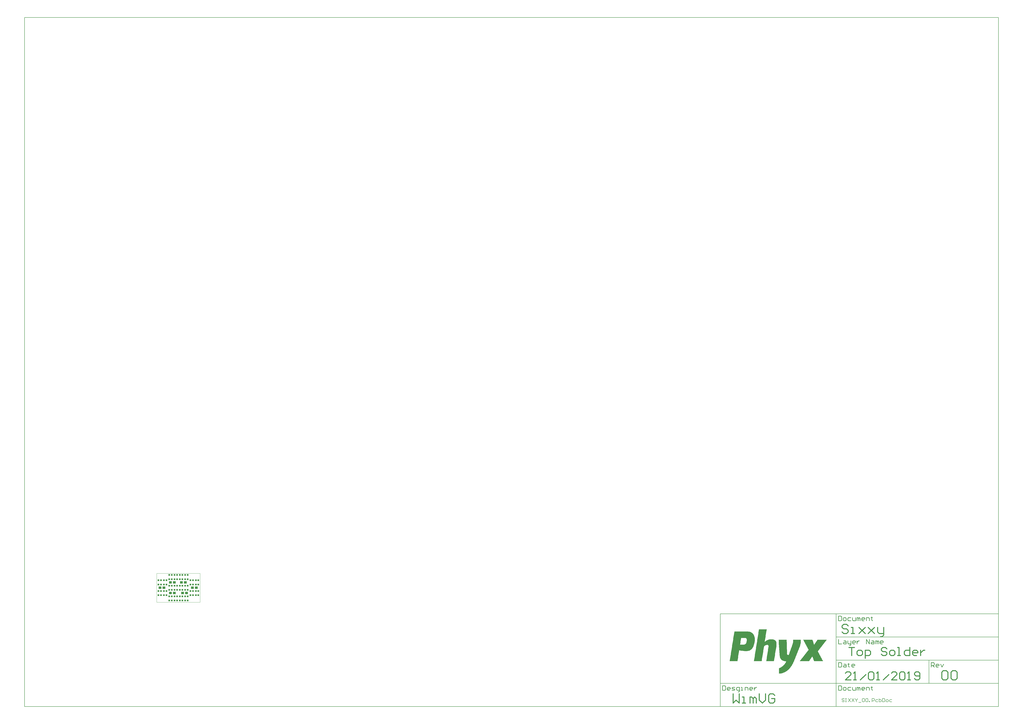
<source format=gts>
G04*
G04 #@! TF.GenerationSoftware,Altium Limited,Altium Designer,18.1.9 (240)*
G04*
G04 Layer_Color=8388736*
%FSLAX25Y25*%
%MOIN*%
G70*
G01*
G75*
%ADD12C,0.01575*%
%ADD15C,0.00394*%
%ADD16C,0.00787*%
%ADD17C,0.00984*%
%ADD20R,0.04724X0.04331*%
%ADD21R,0.03150X0.03150*%
G36*
X1004477Y-50003D02*
X1006195D01*
Y-50289D01*
X1007054D01*
Y-50575D01*
X1007913D01*
Y-50862D01*
X1008772D01*
Y-51148D01*
X1009345D01*
Y-51434D01*
X1009631D01*
Y-51720D01*
X1010203D01*
Y-52007D01*
X1010490D01*
Y-52293D01*
X1011062D01*
Y-52579D01*
X1011349D01*
Y-52866D01*
X1011635D01*
Y-53152D01*
X1011921D01*
Y-53438D01*
X1012208D01*
Y-53725D01*
X1012494D01*
Y-54011D01*
X1012780D01*
Y-54297D01*
Y-54584D01*
X1013067D01*
Y-54870D01*
X1013353D01*
Y-55156D01*
Y-55443D01*
X1013639D01*
Y-55729D01*
X1013926D01*
Y-56015D01*
Y-56301D01*
X1014212D01*
Y-56588D01*
Y-56874D01*
Y-57161D01*
X1014498D01*
Y-57447D01*
Y-57733D01*
Y-58019D01*
X1014785D01*
Y-58306D01*
Y-58592D01*
Y-58878D01*
Y-59165D01*
X1015071D01*
Y-59451D01*
Y-59737D01*
Y-60024D01*
Y-60310D01*
Y-60596D01*
X1015357D01*
Y-60883D01*
Y-61169D01*
Y-61455D01*
Y-61742D01*
Y-62028D01*
Y-62314D01*
Y-62600D01*
Y-62887D01*
Y-63173D01*
Y-63459D01*
Y-63746D01*
Y-64032D01*
Y-64318D01*
Y-64605D01*
Y-64891D01*
Y-65177D01*
Y-65464D01*
Y-65750D01*
Y-66036D01*
Y-66322D01*
X1015071D01*
Y-66609D01*
Y-66895D01*
Y-67181D01*
Y-67468D01*
Y-67754D01*
Y-68040D01*
Y-68327D01*
X1014785D01*
Y-68613D01*
Y-68899D01*
Y-69186D01*
Y-69472D01*
Y-69758D01*
X1014498D01*
Y-70044D01*
Y-70331D01*
Y-70617D01*
Y-70903D01*
Y-71190D01*
X1014212D01*
Y-71476D01*
Y-71762D01*
Y-72049D01*
X1013926D01*
Y-72335D01*
Y-72621D01*
Y-72908D01*
Y-73194D01*
X1013639D01*
Y-73480D01*
Y-73767D01*
Y-74053D01*
X1013353D01*
Y-74339D01*
Y-74625D01*
X1013067D01*
Y-74912D01*
Y-75198D01*
Y-75485D01*
X1012780D01*
Y-75771D01*
Y-76057D01*
X1012494D01*
Y-76343D01*
Y-76630D01*
X1012208D01*
Y-76916D01*
Y-77202D01*
X1011921D01*
Y-77489D01*
X1011635D01*
Y-77775D01*
Y-78061D01*
X1011349D01*
Y-78348D01*
X1011062D01*
Y-78634D01*
X1010776D01*
Y-78920D01*
Y-79207D01*
X1010490D01*
Y-79493D01*
X1010203D01*
Y-79779D01*
X1009917D01*
Y-80066D01*
X1009631D01*
Y-80352D01*
X1009345D01*
Y-80638D01*
X1008772D01*
Y-80924D01*
X1008486D01*
Y-81211D01*
X1007913D01*
Y-81497D01*
X1007627D01*
Y-81783D01*
X1007054D01*
Y-82070D01*
X1006195D01*
Y-82356D01*
X1005336D01*
Y-82642D01*
X1004477D01*
Y-82929D01*
X1002759D01*
Y-83215D01*
X997606D01*
Y-82929D01*
X995029D01*
Y-82642D01*
X993025D01*
Y-82356D01*
X991593D01*
Y-82070D01*
X990162D01*
Y-81783D01*
X988730D01*
Y-82070D01*
Y-82356D01*
Y-82642D01*
Y-82929D01*
Y-83215D01*
Y-83501D01*
Y-83788D01*
X988444D01*
Y-84074D01*
Y-84360D01*
Y-84646D01*
Y-84933D01*
Y-85219D01*
Y-85505D01*
X988157D01*
Y-85792D01*
Y-86078D01*
Y-86364D01*
Y-86651D01*
Y-86937D01*
Y-87223D01*
X987871D01*
Y-87510D01*
Y-87796D01*
Y-88082D01*
Y-88369D01*
Y-88655D01*
Y-88941D01*
Y-89227D01*
X987585D01*
Y-89514D01*
Y-89800D01*
Y-90086D01*
Y-90373D01*
Y-90659D01*
Y-90945D01*
X987298D01*
Y-91232D01*
Y-91518D01*
Y-91804D01*
Y-92091D01*
Y-92377D01*
Y-92663D01*
X987012D01*
Y-92950D01*
Y-93236D01*
Y-93522D01*
Y-93809D01*
Y-94095D01*
Y-94381D01*
Y-94667D01*
X986726D01*
Y-94954D01*
Y-95240D01*
Y-95526D01*
Y-95813D01*
Y-96099D01*
Y-96385D01*
X986440D01*
Y-96672D01*
Y-96958D01*
Y-97244D01*
Y-97531D01*
Y-97817D01*
Y-98103D01*
X986153D01*
Y-98390D01*
Y-98676D01*
Y-98962D01*
Y-99248D01*
Y-99535D01*
Y-99821D01*
Y-100107D01*
X972696D01*
Y-99821D01*
X972983D01*
Y-99535D01*
Y-99248D01*
Y-98962D01*
Y-98676D01*
Y-98390D01*
X973269D01*
Y-98103D01*
Y-97817D01*
Y-97531D01*
Y-97244D01*
Y-96958D01*
Y-96672D01*
Y-96385D01*
X973555D01*
Y-96099D01*
Y-95813D01*
Y-95526D01*
Y-95240D01*
Y-94954D01*
Y-94667D01*
X973842D01*
Y-94381D01*
Y-94095D01*
Y-93809D01*
Y-93522D01*
Y-93236D01*
Y-92950D01*
X974128D01*
Y-92663D01*
Y-92377D01*
Y-92091D01*
Y-91804D01*
Y-91518D01*
Y-91232D01*
Y-90945D01*
X974414D01*
Y-90659D01*
Y-90373D01*
Y-90086D01*
Y-89800D01*
Y-89514D01*
Y-89227D01*
X974701D01*
Y-88941D01*
Y-88655D01*
Y-88369D01*
Y-88082D01*
Y-87796D01*
Y-87510D01*
X974987D01*
Y-87223D01*
Y-86937D01*
Y-86651D01*
Y-86364D01*
Y-86078D01*
Y-85792D01*
X975273D01*
Y-85505D01*
Y-85219D01*
Y-84933D01*
Y-84646D01*
Y-84360D01*
Y-84074D01*
Y-83788D01*
X975560D01*
Y-83501D01*
Y-83215D01*
Y-82929D01*
Y-82642D01*
Y-82356D01*
Y-82070D01*
X975846D01*
Y-81783D01*
Y-81497D01*
Y-81211D01*
Y-80924D01*
Y-80638D01*
Y-80352D01*
X976132D01*
Y-80066D01*
Y-79779D01*
Y-79493D01*
Y-79207D01*
Y-78920D01*
Y-78634D01*
X976419D01*
Y-78348D01*
Y-78061D01*
Y-77775D01*
Y-77489D01*
Y-77202D01*
Y-76916D01*
Y-76630D01*
X976705D01*
Y-76343D01*
Y-76057D01*
Y-75771D01*
Y-75485D01*
Y-75198D01*
Y-74912D01*
X976991D01*
Y-74625D01*
Y-74339D01*
Y-74053D01*
Y-73767D01*
Y-73480D01*
Y-73194D01*
X977277D01*
Y-72908D01*
Y-72621D01*
Y-72335D01*
Y-72049D01*
Y-71762D01*
Y-71476D01*
Y-71190D01*
X977564D01*
Y-70903D01*
Y-70617D01*
Y-70331D01*
Y-70044D01*
Y-69758D01*
Y-69472D01*
X977850D01*
Y-69186D01*
Y-68899D01*
Y-68613D01*
Y-68327D01*
Y-68040D01*
Y-67754D01*
X978137D01*
Y-67468D01*
Y-67181D01*
Y-66895D01*
Y-66609D01*
Y-66322D01*
Y-66036D01*
X978423D01*
Y-65750D01*
Y-65464D01*
Y-65177D01*
Y-64891D01*
Y-64605D01*
Y-64318D01*
Y-64032D01*
X978709D01*
Y-63746D01*
Y-63459D01*
Y-63173D01*
Y-62887D01*
Y-62600D01*
Y-62314D01*
X978995D01*
Y-62028D01*
Y-61742D01*
Y-61455D01*
Y-61169D01*
Y-60883D01*
Y-60596D01*
X979282D01*
Y-60310D01*
Y-60024D01*
Y-59737D01*
Y-59451D01*
Y-59165D01*
Y-58878D01*
Y-58592D01*
X979568D01*
Y-58306D01*
Y-58019D01*
Y-57733D01*
Y-57447D01*
Y-57161D01*
Y-56874D01*
X979854D01*
Y-56588D01*
Y-56301D01*
Y-56015D01*
Y-55729D01*
Y-55443D01*
Y-55156D01*
X980141D01*
Y-54870D01*
Y-54584D01*
Y-54297D01*
Y-54011D01*
Y-53725D01*
Y-53438D01*
Y-53152D01*
X980427D01*
Y-52866D01*
Y-52579D01*
Y-52293D01*
Y-52007D01*
Y-51720D01*
Y-51434D01*
X980713D01*
Y-51148D01*
Y-50862D01*
Y-50575D01*
Y-50289D01*
Y-50003D01*
Y-49716D01*
X1004477D01*
Y-50003D01*
D02*
G37*
G36*
X1035685Y-46567D02*
Y-46853D01*
X1035399D01*
Y-47139D01*
Y-47426D01*
Y-47712D01*
Y-47998D01*
Y-48285D01*
Y-48571D01*
X1035113D01*
Y-48857D01*
Y-49144D01*
Y-49430D01*
Y-49716D01*
Y-50003D01*
Y-50289D01*
X1034826D01*
Y-50575D01*
Y-50862D01*
Y-51148D01*
Y-51434D01*
Y-51720D01*
Y-52007D01*
Y-52293D01*
X1034540D01*
Y-52579D01*
Y-52866D01*
Y-53152D01*
Y-53438D01*
Y-53725D01*
Y-54011D01*
X1034254D01*
Y-54297D01*
Y-54584D01*
Y-54870D01*
Y-55156D01*
Y-55443D01*
Y-55729D01*
X1033967D01*
Y-56015D01*
Y-56301D01*
Y-56588D01*
Y-56874D01*
Y-57161D01*
Y-57447D01*
Y-57733D01*
X1033681D01*
Y-58019D01*
Y-58306D01*
Y-58592D01*
Y-58878D01*
Y-59165D01*
Y-59451D01*
X1033395D01*
Y-59737D01*
Y-60024D01*
Y-60310D01*
Y-60596D01*
Y-60883D01*
Y-61169D01*
X1033109D01*
Y-61455D01*
Y-61742D01*
Y-62028D01*
Y-62314D01*
Y-62600D01*
Y-62887D01*
X1032822D01*
Y-63173D01*
Y-63459D01*
Y-63746D01*
Y-64032D01*
Y-64318D01*
Y-64605D01*
Y-64891D01*
X1032536D01*
Y-65177D01*
Y-65464D01*
Y-65750D01*
Y-66036D01*
Y-66322D01*
Y-66609D01*
X1032250D01*
Y-66895D01*
Y-67181D01*
X1032822D01*
Y-66895D01*
X1033109D01*
Y-66609D01*
X1033395D01*
Y-66322D01*
X1033967D01*
Y-66036D01*
X1034254D01*
Y-65750D01*
X1034540D01*
Y-65464D01*
X1035113D01*
Y-65177D01*
X1035685D01*
Y-64891D01*
X1035972D01*
Y-64605D01*
X1036544D01*
Y-64318D01*
X1037403D01*
Y-64032D01*
X1037976D01*
Y-63746D01*
X1038835D01*
Y-63459D01*
X1040266D01*
Y-63173D01*
X1046565D01*
Y-63459D01*
X1047711D01*
Y-63746D01*
X1048569D01*
Y-64032D01*
X1049142D01*
Y-64318D01*
X1049428D01*
Y-64605D01*
X1050001D01*
Y-64891D01*
X1050287D01*
Y-65177D01*
X1050574D01*
Y-65464D01*
X1050860D01*
Y-65750D01*
X1051146D01*
Y-66036D01*
Y-66322D01*
X1051433D01*
Y-66609D01*
Y-66895D01*
X1051719D01*
Y-67181D01*
Y-67468D01*
Y-67754D01*
X1052005D01*
Y-68040D01*
Y-68327D01*
Y-68613D01*
Y-68899D01*
X1052291D01*
Y-69186D01*
Y-69472D01*
Y-69758D01*
Y-70044D01*
Y-70331D01*
Y-70617D01*
Y-70903D01*
Y-71190D01*
Y-71476D01*
Y-71762D01*
Y-72049D01*
Y-72335D01*
Y-72621D01*
Y-72908D01*
Y-73194D01*
Y-73480D01*
Y-73767D01*
Y-74053D01*
X1052005D01*
Y-74339D01*
Y-74625D01*
Y-74912D01*
Y-75198D01*
Y-75485D01*
Y-75771D01*
Y-76057D01*
X1051719D01*
Y-76343D01*
Y-76630D01*
Y-76916D01*
Y-77202D01*
Y-77489D01*
Y-77775D01*
Y-78061D01*
X1051433D01*
Y-78348D01*
Y-78634D01*
Y-78920D01*
Y-79207D01*
Y-79493D01*
Y-79779D01*
X1051146D01*
Y-80066D01*
Y-80352D01*
Y-80638D01*
Y-80924D01*
Y-81211D01*
Y-81497D01*
X1050860D01*
Y-81783D01*
Y-82070D01*
Y-82356D01*
Y-82642D01*
Y-82929D01*
Y-83215D01*
X1050574D01*
Y-83501D01*
Y-83788D01*
Y-84074D01*
Y-84360D01*
Y-84646D01*
Y-84933D01*
Y-85219D01*
X1050287D01*
Y-85505D01*
Y-85792D01*
Y-86078D01*
Y-86364D01*
Y-86651D01*
Y-86937D01*
X1050001D01*
Y-87223D01*
Y-87510D01*
Y-87796D01*
Y-88082D01*
Y-88369D01*
Y-88655D01*
X1049715D01*
Y-88941D01*
Y-89227D01*
Y-89514D01*
Y-89800D01*
Y-90086D01*
Y-90373D01*
Y-90659D01*
X1049428D01*
Y-90945D01*
Y-91232D01*
Y-91518D01*
Y-91804D01*
Y-92091D01*
Y-92377D01*
X1049142D01*
Y-92663D01*
Y-92950D01*
Y-93236D01*
Y-93522D01*
Y-93809D01*
Y-94095D01*
X1048856D01*
Y-94381D01*
Y-94667D01*
Y-94954D01*
Y-95240D01*
Y-95526D01*
Y-95813D01*
X1048569D01*
Y-96099D01*
Y-96385D01*
Y-96672D01*
Y-96958D01*
Y-97244D01*
Y-97531D01*
Y-97817D01*
X1048283D01*
Y-98103D01*
Y-98390D01*
Y-98676D01*
Y-98962D01*
Y-99248D01*
Y-99535D01*
X1047997D01*
Y-99821D01*
Y-100107D01*
X1034826D01*
Y-99821D01*
Y-99535D01*
X1035113D01*
Y-99248D01*
Y-98962D01*
Y-98676D01*
Y-98390D01*
Y-98103D01*
Y-97817D01*
X1035399D01*
Y-97531D01*
Y-97244D01*
Y-96958D01*
Y-96672D01*
Y-96385D01*
Y-96099D01*
Y-95813D01*
X1035685D01*
Y-95526D01*
Y-95240D01*
Y-94954D01*
Y-94667D01*
Y-94381D01*
Y-94095D01*
X1035972D01*
Y-93809D01*
Y-93522D01*
Y-93236D01*
Y-92950D01*
Y-92663D01*
Y-92377D01*
X1036258D01*
Y-92091D01*
Y-91804D01*
Y-91518D01*
Y-91232D01*
Y-90945D01*
Y-90659D01*
Y-90373D01*
X1036544D01*
Y-90086D01*
Y-89800D01*
Y-89514D01*
Y-89227D01*
Y-88941D01*
Y-88655D01*
X1036831D01*
Y-88369D01*
Y-88082D01*
Y-87796D01*
Y-87510D01*
Y-87223D01*
Y-86937D01*
Y-86651D01*
X1037117D01*
Y-86364D01*
Y-86078D01*
Y-85792D01*
Y-85505D01*
Y-85219D01*
Y-84933D01*
X1037403D01*
Y-84646D01*
Y-84360D01*
Y-84074D01*
Y-83788D01*
Y-83501D01*
Y-83215D01*
X1037689D01*
Y-82929D01*
Y-82642D01*
Y-82356D01*
Y-82070D01*
Y-81783D01*
Y-81497D01*
X1037976D01*
Y-81211D01*
Y-80924D01*
Y-80638D01*
Y-80352D01*
Y-80066D01*
Y-79779D01*
Y-79493D01*
X1038262D01*
Y-79207D01*
Y-78920D01*
Y-78634D01*
Y-78348D01*
Y-78061D01*
Y-77775D01*
X1038548D01*
Y-77489D01*
Y-77202D01*
Y-76916D01*
Y-76630D01*
Y-76343D01*
Y-76057D01*
Y-75771D01*
X1038835D01*
Y-75485D01*
Y-75198D01*
Y-74912D01*
Y-74625D01*
Y-74339D01*
Y-74053D01*
X1038548D01*
Y-73767D01*
Y-73480D01*
X1038262D01*
Y-73194D01*
X1037976D01*
Y-72908D01*
X1037403D01*
Y-72621D01*
X1035685D01*
Y-72908D01*
X1034254D01*
Y-73194D01*
X1033395D01*
Y-73480D01*
X1032822D01*
Y-73767D01*
X1032536D01*
Y-74053D01*
X1031963D01*
Y-74339D01*
X1031677D01*
Y-74625D01*
X1031391D01*
Y-74912D01*
Y-75198D01*
X1031104D01*
Y-75485D01*
Y-75771D01*
Y-76057D01*
X1030818D01*
Y-76343D01*
Y-76630D01*
Y-76916D01*
Y-77202D01*
Y-77489D01*
Y-77775D01*
X1030532D01*
Y-78061D01*
Y-78348D01*
Y-78634D01*
Y-78920D01*
Y-79207D01*
Y-79493D01*
Y-79779D01*
X1030245D01*
Y-80066D01*
Y-80352D01*
Y-80638D01*
Y-80924D01*
Y-81211D01*
Y-81497D01*
X1029959D01*
Y-81783D01*
Y-82070D01*
Y-82356D01*
Y-82642D01*
Y-82929D01*
Y-83215D01*
X1029673D01*
Y-83501D01*
Y-83788D01*
Y-84074D01*
Y-84360D01*
Y-84646D01*
Y-84933D01*
X1029387D01*
Y-85219D01*
Y-85505D01*
Y-85792D01*
Y-86078D01*
Y-86364D01*
Y-86651D01*
Y-86937D01*
X1029100D01*
Y-87223D01*
Y-87510D01*
Y-87796D01*
Y-88082D01*
Y-88369D01*
Y-88655D01*
X1028814D01*
Y-88941D01*
Y-89227D01*
Y-89514D01*
Y-89800D01*
Y-90086D01*
Y-90373D01*
X1028528D01*
Y-90659D01*
Y-90945D01*
Y-91232D01*
Y-91518D01*
Y-91804D01*
Y-92091D01*
Y-92377D01*
X1028241D01*
Y-92663D01*
Y-92950D01*
Y-93236D01*
Y-93522D01*
Y-93809D01*
Y-94095D01*
X1027955D01*
Y-94381D01*
Y-94667D01*
Y-94954D01*
Y-95240D01*
Y-95526D01*
Y-95813D01*
X1027669D01*
Y-96099D01*
Y-96385D01*
Y-96672D01*
Y-96958D01*
Y-97244D01*
Y-97531D01*
X1027382D01*
Y-97817D01*
Y-98103D01*
Y-98390D01*
Y-98676D01*
Y-98962D01*
Y-99248D01*
Y-99535D01*
X1027096D01*
Y-99821D01*
Y-100107D01*
X1013926D01*
Y-99821D01*
Y-99535D01*
X1014212D01*
Y-99248D01*
Y-98962D01*
Y-98676D01*
Y-98390D01*
Y-98103D01*
Y-97817D01*
Y-97531D01*
X1014498D01*
Y-97244D01*
Y-96958D01*
Y-96672D01*
Y-96385D01*
Y-96099D01*
Y-95813D01*
X1014785D01*
Y-95526D01*
Y-95240D01*
Y-94954D01*
Y-94667D01*
Y-94381D01*
Y-94095D01*
X1015071D01*
Y-93809D01*
Y-93522D01*
Y-93236D01*
Y-92950D01*
Y-92663D01*
Y-92377D01*
Y-92091D01*
X1015357D01*
Y-91804D01*
Y-91518D01*
Y-91232D01*
Y-90945D01*
Y-90659D01*
Y-90373D01*
X1015643D01*
Y-90086D01*
Y-89800D01*
Y-89514D01*
Y-89227D01*
Y-88941D01*
Y-88655D01*
X1015930D01*
Y-88369D01*
Y-88082D01*
Y-87796D01*
Y-87510D01*
Y-87223D01*
Y-86937D01*
X1016216D01*
Y-86651D01*
Y-86364D01*
Y-86078D01*
Y-85792D01*
Y-85505D01*
Y-85219D01*
Y-84933D01*
X1016502D01*
Y-84646D01*
Y-84360D01*
Y-84074D01*
Y-83788D01*
Y-83501D01*
Y-83215D01*
X1016789D01*
Y-82929D01*
Y-82642D01*
Y-82356D01*
Y-82070D01*
Y-81783D01*
Y-81497D01*
X1017075D01*
Y-81211D01*
Y-80924D01*
Y-80638D01*
Y-80352D01*
Y-80066D01*
Y-79779D01*
Y-79493D01*
X1017361D01*
Y-79207D01*
Y-78920D01*
Y-78634D01*
Y-78348D01*
Y-78061D01*
Y-77775D01*
X1017648D01*
Y-77489D01*
Y-77202D01*
Y-76916D01*
Y-76630D01*
Y-76343D01*
Y-76057D01*
X1017934D01*
Y-75771D01*
Y-75485D01*
Y-75198D01*
Y-74912D01*
Y-74625D01*
Y-74339D01*
X1018220D01*
Y-74053D01*
Y-73767D01*
Y-73480D01*
Y-73194D01*
Y-72908D01*
Y-72621D01*
Y-72335D01*
X1018507D01*
Y-72049D01*
Y-71762D01*
Y-71476D01*
Y-71190D01*
Y-70903D01*
Y-70617D01*
X1018793D01*
Y-70331D01*
Y-70044D01*
Y-69758D01*
Y-69472D01*
Y-69186D01*
Y-68899D01*
X1019079D01*
Y-68613D01*
Y-68327D01*
Y-68040D01*
Y-67754D01*
Y-67468D01*
Y-67181D01*
X1019366D01*
Y-66895D01*
Y-66609D01*
Y-66322D01*
Y-66036D01*
Y-65750D01*
Y-65464D01*
Y-65177D01*
X1019652D01*
Y-64891D01*
Y-64605D01*
Y-64318D01*
Y-64032D01*
Y-63746D01*
Y-63459D01*
X1019938D01*
Y-63173D01*
Y-62887D01*
Y-62600D01*
Y-62314D01*
Y-62028D01*
Y-61742D01*
X1020224D01*
Y-61455D01*
Y-61169D01*
Y-60883D01*
Y-60596D01*
Y-60310D01*
Y-60024D01*
Y-59737D01*
X1020511D01*
Y-59451D01*
Y-59165D01*
Y-58878D01*
Y-58592D01*
Y-58306D01*
Y-58019D01*
X1020797D01*
Y-57733D01*
Y-57447D01*
Y-57161D01*
Y-56874D01*
Y-56588D01*
Y-56301D01*
X1021083D01*
Y-56015D01*
Y-55729D01*
Y-55443D01*
Y-55156D01*
Y-54870D01*
Y-54584D01*
X1021370D01*
Y-54297D01*
Y-54011D01*
Y-53725D01*
Y-53438D01*
Y-53152D01*
Y-52866D01*
Y-52579D01*
X1021656D01*
Y-52293D01*
Y-52007D01*
Y-51720D01*
Y-51434D01*
Y-51148D01*
Y-50862D01*
X1021942D01*
Y-50575D01*
Y-50289D01*
Y-50003D01*
Y-49716D01*
Y-49430D01*
Y-49144D01*
X1022229D01*
Y-48857D01*
Y-48571D01*
Y-48285D01*
Y-47998D01*
Y-47712D01*
Y-47426D01*
Y-47139D01*
X1022515D01*
Y-46853D01*
Y-46567D01*
Y-46281D01*
X1035685D01*
Y-46567D01*
D02*
G37*
G36*
X1137613Y-64032D02*
X1137326D01*
Y-64318D01*
X1137040D01*
Y-64605D01*
Y-64891D01*
X1136754D01*
Y-65177D01*
X1136467D01*
Y-65464D01*
X1136181D01*
Y-65750D01*
Y-66036D01*
X1135895D01*
Y-66322D01*
X1135608D01*
Y-66609D01*
X1135322D01*
Y-66895D01*
X1135036D01*
Y-67181D01*
Y-67468D01*
X1134750D01*
Y-67754D01*
X1134463D01*
Y-68040D01*
X1134177D01*
Y-68327D01*
Y-68613D01*
X1133891D01*
Y-68899D01*
X1133604D01*
Y-69186D01*
X1133318D01*
Y-69472D01*
X1133032D01*
Y-69758D01*
Y-70044D01*
X1132745D01*
Y-70331D01*
X1132459D01*
Y-70617D01*
X1132173D01*
Y-70903D01*
Y-71190D01*
X1131886D01*
Y-71476D01*
X1131600D01*
Y-71762D01*
X1131314D01*
Y-72049D01*
Y-72335D01*
X1131028D01*
Y-72621D01*
X1130741D01*
Y-72908D01*
X1130455D01*
Y-73194D01*
X1130169D01*
Y-73480D01*
Y-73767D01*
X1129882D01*
Y-74053D01*
X1129596D01*
Y-74339D01*
X1129310D01*
Y-74625D01*
Y-74912D01*
X1129023D01*
Y-75198D01*
X1128737D01*
Y-75485D01*
X1128451D01*
Y-75771D01*
Y-76057D01*
X1128164D01*
Y-76343D01*
X1127878D01*
Y-76630D01*
X1127592D01*
Y-76916D01*
X1127306D01*
Y-77202D01*
Y-77489D01*
X1127019D01*
Y-77775D01*
X1126733D01*
Y-78061D01*
X1126447D01*
Y-78348D01*
Y-78634D01*
X1126160D01*
Y-78920D01*
X1125874D01*
Y-79207D01*
X1125588D01*
Y-79493D01*
Y-79779D01*
X1125301D01*
Y-80066D01*
X1125015D01*
Y-80352D01*
X1124729D01*
Y-80638D01*
X1124442D01*
Y-80924D01*
Y-81211D01*
X1124156D01*
Y-81497D01*
X1123870D01*
Y-81783D01*
X1123583D01*
Y-82070D01*
Y-82356D01*
X1123297D01*
Y-82642D01*
X1123011D01*
Y-82929D01*
X1122725D01*
Y-83215D01*
X1122438D01*
Y-83501D01*
Y-83788D01*
X1122725D01*
Y-84074D01*
Y-84360D01*
X1123011D01*
Y-84646D01*
Y-84933D01*
X1123297D01*
Y-85219D01*
X1123583D01*
Y-85505D01*
Y-85792D01*
X1123870D01*
Y-86078D01*
Y-86364D01*
X1124156D01*
Y-86651D01*
Y-86937D01*
X1124442D01*
Y-87223D01*
Y-87510D01*
X1124729D01*
Y-87796D01*
Y-88082D01*
X1125015D01*
Y-88369D01*
Y-88655D01*
X1125301D01*
Y-88941D01*
Y-89227D01*
X1125588D01*
Y-89514D01*
Y-89800D01*
X1125874D01*
Y-90086D01*
X1126160D01*
Y-90373D01*
Y-90659D01*
X1126447D01*
Y-90945D01*
Y-91232D01*
X1126733D01*
Y-91518D01*
Y-91804D01*
X1127019D01*
Y-92091D01*
Y-92377D01*
X1127306D01*
Y-92663D01*
Y-92950D01*
X1127592D01*
Y-93236D01*
Y-93522D01*
X1127878D01*
Y-93809D01*
Y-94095D01*
X1128164D01*
Y-94381D01*
X1128451D01*
Y-94667D01*
Y-94954D01*
X1128737D01*
Y-95240D01*
Y-95526D01*
X1129023D01*
Y-95813D01*
Y-96099D01*
X1129310D01*
Y-96385D01*
Y-96672D01*
X1129596D01*
Y-96958D01*
Y-97244D01*
X1129882D01*
Y-97531D01*
Y-97817D01*
X1130169D01*
Y-98103D01*
Y-98390D01*
X1130455D01*
Y-98676D01*
X1130741D01*
Y-98962D01*
Y-99248D01*
X1131028D01*
Y-99535D01*
Y-99821D01*
X1131314D01*
Y-100107D01*
X1116139D01*
Y-99821D01*
X1115853D01*
Y-99535D01*
Y-99248D01*
Y-98962D01*
X1115567D01*
Y-98676D01*
Y-98390D01*
Y-98103D01*
X1115280D01*
Y-97817D01*
Y-97531D01*
X1114994D01*
Y-97244D01*
Y-96958D01*
Y-96672D01*
X1114708D01*
Y-96385D01*
Y-96099D01*
Y-95813D01*
X1114421D01*
Y-95526D01*
Y-95240D01*
X1114135D01*
Y-94954D01*
Y-94667D01*
Y-94381D01*
X1113849D01*
Y-94095D01*
Y-93809D01*
Y-93522D01*
X1113562D01*
Y-93236D01*
Y-92950D01*
Y-92663D01*
X1113276D01*
Y-92377D01*
X1112704D01*
Y-92663D01*
Y-92950D01*
X1112417D01*
Y-93236D01*
X1112131D01*
Y-93522D01*
Y-93809D01*
X1111845D01*
Y-94095D01*
X1111558D01*
Y-94381D01*
Y-94667D01*
X1111272D01*
Y-94954D01*
X1110986D01*
Y-95240D01*
Y-95526D01*
X1110699D01*
Y-95813D01*
X1110413D01*
Y-96099D01*
X1110127D01*
Y-96385D01*
Y-96672D01*
X1109840D01*
Y-96958D01*
X1109554D01*
Y-97244D01*
Y-97531D01*
X1109268D01*
Y-97817D01*
X1108981D01*
Y-98103D01*
Y-98390D01*
X1108695D01*
Y-98676D01*
X1108409D01*
Y-98962D01*
Y-99248D01*
X1108123D01*
Y-99535D01*
X1107836D01*
Y-99821D01*
Y-100107D01*
X1091803D01*
Y-99821D01*
X1092089D01*
Y-99535D01*
X1092375D01*
Y-99248D01*
X1092662D01*
Y-98962D01*
X1092948D01*
Y-98676D01*
Y-98390D01*
X1093234D01*
Y-98103D01*
X1093521D01*
Y-97817D01*
X1093807D01*
Y-97531D01*
X1094093D01*
Y-97244D01*
Y-96958D01*
X1094380D01*
Y-96672D01*
X1094666D01*
Y-96385D01*
X1094952D01*
Y-96099D01*
Y-95813D01*
X1095238D01*
Y-95526D01*
X1095525D01*
Y-95240D01*
X1095811D01*
Y-94954D01*
X1096097D01*
Y-94667D01*
Y-94381D01*
X1096384D01*
Y-94095D01*
X1096670D01*
Y-93809D01*
X1096956D01*
Y-93522D01*
X1097243D01*
Y-93236D01*
Y-92950D01*
X1097529D01*
Y-92663D01*
X1097815D01*
Y-92377D01*
X1098102D01*
Y-92091D01*
Y-91804D01*
X1098388D01*
Y-91518D01*
X1098674D01*
Y-91232D01*
X1098960D01*
Y-90945D01*
X1099247D01*
Y-90659D01*
Y-90373D01*
X1099533D01*
Y-90086D01*
X1099819D01*
Y-89800D01*
X1100106D01*
Y-89514D01*
Y-89227D01*
X1100392D01*
Y-88941D01*
X1100678D01*
Y-88655D01*
X1100965D01*
Y-88369D01*
X1101251D01*
Y-88082D01*
Y-87796D01*
X1101537D01*
Y-87510D01*
X1101824D01*
Y-87223D01*
X1102110D01*
Y-86937D01*
Y-86651D01*
X1102396D01*
Y-86364D01*
X1102683D01*
Y-86078D01*
X1102969D01*
Y-85792D01*
X1103255D01*
Y-85505D01*
Y-85219D01*
X1103541D01*
Y-84933D01*
X1103828D01*
Y-84646D01*
X1104114D01*
Y-84360D01*
X1104400D01*
Y-84074D01*
Y-83788D01*
X1104687D01*
Y-83501D01*
X1104973D01*
Y-83215D01*
X1105259D01*
Y-82929D01*
Y-82642D01*
X1105546D01*
Y-82356D01*
X1105832D01*
Y-82070D01*
X1106118D01*
Y-81783D01*
X1106405D01*
Y-81497D01*
Y-81211D01*
X1106691D01*
Y-80924D01*
Y-80638D01*
Y-80352D01*
X1106405D01*
Y-80066D01*
X1106118D01*
Y-79779D01*
Y-79493D01*
X1105832D01*
Y-79207D01*
Y-78920D01*
X1105546D01*
Y-78634D01*
Y-78348D01*
X1105259D01*
Y-78061D01*
Y-77775D01*
X1104973D01*
Y-77489D01*
Y-77202D01*
X1104687D01*
Y-76916D01*
Y-76630D01*
X1104400D01*
Y-76343D01*
X1104114D01*
Y-76057D01*
Y-75771D01*
X1103828D01*
Y-75485D01*
Y-75198D01*
X1103541D01*
Y-74912D01*
Y-74625D01*
X1103255D01*
Y-74339D01*
Y-74053D01*
X1102969D01*
Y-73767D01*
Y-73480D01*
X1102683D01*
Y-73194D01*
Y-72908D01*
X1102396D01*
Y-72621D01*
X1102110D01*
Y-72335D01*
Y-72049D01*
X1101824D01*
Y-71762D01*
Y-71476D01*
X1101537D01*
Y-71190D01*
Y-70903D01*
X1101251D01*
Y-70617D01*
Y-70331D01*
X1100965D01*
Y-70044D01*
Y-69758D01*
X1100678D01*
Y-69472D01*
Y-69186D01*
X1100392D01*
Y-68899D01*
Y-68613D01*
X1100106D01*
Y-68327D01*
X1099819D01*
Y-68040D01*
Y-67754D01*
X1099533D01*
Y-67468D01*
Y-67181D01*
X1099247D01*
Y-66895D01*
Y-66609D01*
X1098960D01*
Y-66322D01*
Y-66036D01*
X1098674D01*
Y-65750D01*
Y-65464D01*
X1098388D01*
Y-65177D01*
Y-64891D01*
X1098102D01*
Y-64605D01*
X1097815D01*
Y-64318D01*
Y-64032D01*
X1097529D01*
Y-63746D01*
X1113276D01*
Y-64032D01*
X1113562D01*
Y-64318D01*
Y-64605D01*
Y-64891D01*
X1113849D01*
Y-65177D01*
Y-65464D01*
Y-65750D01*
X1114135D01*
Y-66036D01*
Y-66322D01*
Y-66609D01*
X1114421D01*
Y-66895D01*
Y-67181D01*
Y-67468D01*
X1114708D01*
Y-67754D01*
Y-68040D01*
Y-68327D01*
X1114994D01*
Y-68613D01*
Y-68899D01*
Y-69186D01*
X1115280D01*
Y-69472D01*
Y-69758D01*
Y-70044D01*
X1115567D01*
Y-70331D01*
Y-70617D01*
Y-70903D01*
X1115853D01*
Y-71190D01*
Y-71476D01*
Y-71762D01*
Y-72049D01*
X1116426D01*
Y-71762D01*
X1116712D01*
Y-71476D01*
X1116998D01*
Y-71190D01*
Y-70903D01*
X1117284D01*
Y-70617D01*
X1117571D01*
Y-70331D01*
Y-70044D01*
X1117857D01*
Y-69758D01*
X1118143D01*
Y-69472D01*
Y-69186D01*
X1118430D01*
Y-68899D01*
X1118716D01*
Y-68613D01*
Y-68327D01*
X1119002D01*
Y-68040D01*
X1119289D01*
Y-67754D01*
Y-67468D01*
X1119575D01*
Y-67181D01*
X1119861D01*
Y-66895D01*
Y-66609D01*
X1120148D01*
Y-66322D01*
X1120434D01*
Y-66036D01*
Y-65750D01*
X1120720D01*
Y-65464D01*
X1121007D01*
Y-65177D01*
Y-64891D01*
X1121293D01*
Y-64605D01*
X1121579D01*
Y-64318D01*
Y-64032D01*
X1121865D01*
Y-63746D01*
X1137613D01*
Y-64032D01*
D02*
G37*
G36*
X1093521D02*
Y-64318D01*
Y-64605D01*
Y-64891D01*
Y-65177D01*
Y-65464D01*
Y-65750D01*
Y-66036D01*
Y-66322D01*
Y-66609D01*
Y-66895D01*
Y-67181D01*
Y-67468D01*
Y-67754D01*
Y-68040D01*
Y-68327D01*
Y-68613D01*
Y-68899D01*
Y-69186D01*
Y-69472D01*
Y-69758D01*
X1093234D01*
Y-70044D01*
Y-70331D01*
Y-70617D01*
Y-70903D01*
Y-71190D01*
X1092948D01*
Y-71476D01*
Y-71762D01*
Y-72049D01*
Y-72335D01*
X1092662D01*
Y-72621D01*
Y-72908D01*
Y-73194D01*
Y-73480D01*
X1092375D01*
Y-73767D01*
Y-74053D01*
Y-74339D01*
X1092089D01*
Y-74625D01*
Y-74912D01*
Y-75198D01*
X1091803D01*
Y-75485D01*
Y-75771D01*
Y-76057D01*
X1091516D01*
Y-76343D01*
Y-76630D01*
Y-76916D01*
X1091230D01*
Y-77202D01*
Y-77489D01*
X1090944D01*
Y-77775D01*
Y-78061D01*
X1090657D01*
Y-78348D01*
Y-78634D01*
Y-78920D01*
X1090371D01*
Y-79207D01*
Y-79493D01*
X1090085D01*
Y-79779D01*
Y-80066D01*
Y-80352D01*
X1089799D01*
Y-80638D01*
Y-80924D01*
X1089512D01*
Y-81211D01*
Y-81497D01*
Y-81783D01*
X1089226D01*
Y-82070D01*
Y-82356D01*
X1088939D01*
Y-82642D01*
Y-82929D01*
Y-83215D01*
X1088653D01*
Y-83501D01*
Y-83788D01*
X1088367D01*
Y-84074D01*
Y-84360D01*
Y-84646D01*
X1088081D01*
Y-84933D01*
Y-85219D01*
X1087794D01*
Y-85505D01*
Y-85792D01*
Y-86078D01*
X1087508D01*
Y-86364D01*
Y-86651D01*
X1087222D01*
Y-86937D01*
Y-87223D01*
Y-87510D01*
X1086935D01*
Y-87796D01*
Y-88082D01*
X1086649D01*
Y-88369D01*
Y-88655D01*
Y-88941D01*
X1086363D01*
Y-89227D01*
Y-89514D01*
X1086076D01*
Y-89800D01*
Y-90086D01*
Y-90373D01*
X1085790D01*
Y-90659D01*
Y-90945D01*
X1085504D01*
Y-91232D01*
Y-91518D01*
Y-91804D01*
X1085217D01*
Y-92091D01*
Y-92377D01*
X1084931D01*
Y-92663D01*
Y-92950D01*
Y-93236D01*
X1084645D01*
Y-93522D01*
Y-93809D01*
X1084359D01*
Y-94095D01*
Y-94381D01*
Y-94667D01*
X1084072D01*
Y-94954D01*
Y-95240D01*
X1083786D01*
Y-95526D01*
Y-95813D01*
Y-96099D01*
X1083500D01*
Y-96385D01*
Y-96672D01*
X1083213D01*
Y-96958D01*
Y-97244D01*
Y-97531D01*
X1082927D01*
Y-97817D01*
Y-98103D01*
X1082641D01*
Y-98390D01*
Y-98676D01*
Y-98962D01*
X1082354D01*
Y-99248D01*
Y-99535D01*
X1082068D01*
Y-99821D01*
Y-100107D01*
Y-100394D01*
X1081782D01*
Y-100680D01*
Y-100966D01*
X1081495D01*
Y-101253D01*
Y-101539D01*
X1081209D01*
Y-101825D01*
Y-102112D01*
X1080923D01*
Y-102398D01*
Y-102684D01*
Y-102971D01*
X1080637D01*
Y-103257D01*
X1080350D01*
Y-103543D01*
Y-103829D01*
Y-104116D01*
X1080064D01*
Y-104402D01*
X1079778D01*
Y-104688D01*
Y-104975D01*
X1079491D01*
Y-105261D01*
Y-105547D01*
X1079205D01*
Y-105834D01*
Y-106120D01*
X1078919D01*
Y-106406D01*
Y-106693D01*
X1078632D01*
Y-106979D01*
X1078346D01*
Y-107265D01*
Y-107552D01*
X1078060D01*
Y-107838D01*
Y-108124D01*
X1077773D01*
Y-108410D01*
X1077487D01*
Y-108697D01*
X1077201D01*
Y-108983D01*
Y-109269D01*
X1076914D01*
Y-109556D01*
X1076628D01*
Y-109842D01*
Y-110128D01*
X1076342D01*
Y-110415D01*
X1076056D01*
Y-110701D01*
X1075769D01*
Y-110987D01*
Y-111274D01*
X1075483D01*
Y-111560D01*
X1075196D01*
Y-111846D01*
X1074910D01*
Y-112133D01*
X1074624D01*
Y-112419D01*
X1074338D01*
Y-112705D01*
Y-112991D01*
X1074051D01*
Y-113278D01*
X1073765D01*
Y-113564D01*
X1073479D01*
Y-113850D01*
X1073192D01*
Y-114137D01*
X1072906D01*
Y-114423D01*
X1072620D01*
Y-114709D01*
X1072333D01*
Y-114996D01*
X1071761D01*
Y-115282D01*
X1071474D01*
Y-115568D01*
X1071188D01*
Y-115855D01*
X1070902D01*
Y-116141D01*
X1070615D01*
Y-116427D01*
X1070043D01*
Y-116714D01*
X1069757D01*
Y-117000D01*
X1069184D01*
Y-117286D01*
X1068898D01*
Y-117572D01*
X1068325D01*
Y-117859D01*
X1068039D01*
Y-118145D01*
X1067466D01*
Y-118431D01*
X1066893D01*
Y-118718D01*
X1066321D01*
Y-119004D01*
X1065748D01*
Y-119290D01*
X1065176D01*
Y-119577D01*
X1064317D01*
Y-119863D01*
X1063744D01*
Y-120149D01*
X1062885D01*
Y-120436D01*
X1061740D01*
Y-120722D01*
X1060595D01*
Y-121008D01*
X1058877D01*
Y-121294D01*
X1056872D01*
Y-121581D01*
X1056586D01*
Y-121294D01*
Y-121008D01*
Y-120722D01*
Y-120436D01*
Y-120149D01*
Y-119863D01*
Y-119577D01*
Y-119290D01*
Y-119004D01*
Y-118718D01*
Y-118431D01*
Y-118145D01*
Y-117859D01*
Y-117572D01*
Y-117286D01*
Y-117000D01*
Y-116714D01*
Y-116427D01*
Y-116141D01*
Y-115855D01*
Y-115568D01*
Y-115282D01*
Y-114996D01*
Y-114709D01*
Y-114423D01*
Y-114137D01*
Y-113850D01*
Y-113564D01*
Y-113278D01*
Y-112991D01*
Y-112705D01*
Y-112419D01*
Y-112133D01*
X1057159D01*
Y-111846D01*
X1057731D01*
Y-111560D01*
X1058304D01*
Y-111274D01*
X1058877D01*
Y-110987D01*
X1059449D01*
Y-110701D01*
X1060022D01*
Y-110415D01*
X1060308D01*
Y-110128D01*
X1060881D01*
Y-109842D01*
X1061167D01*
Y-109556D01*
X1061740D01*
Y-109269D01*
X1062026D01*
Y-108983D01*
X1062312D01*
Y-108697D01*
X1062885D01*
Y-108410D01*
X1063171D01*
Y-108124D01*
X1063458D01*
Y-107838D01*
X1063744D01*
Y-107552D01*
X1064030D01*
Y-107265D01*
X1064317D01*
Y-106979D01*
X1064603D01*
Y-106693D01*
X1064889D01*
Y-106406D01*
X1065176D01*
Y-106120D01*
X1065462D01*
Y-105834D01*
X1065748D01*
Y-105547D01*
X1066035D01*
Y-105261D01*
Y-104975D01*
X1066321D01*
Y-104688D01*
X1066607D01*
Y-104402D01*
X1066893D01*
Y-104116D01*
Y-103829D01*
X1067180D01*
Y-103543D01*
X1067466D01*
Y-103257D01*
Y-102971D01*
X1067752D01*
Y-102684D01*
Y-102398D01*
X1068039D01*
Y-102112D01*
X1068325D01*
Y-101825D01*
Y-101539D01*
X1068611D01*
Y-101253D01*
Y-100966D01*
X1068898D01*
Y-100680D01*
Y-100394D01*
X1067180D01*
Y-100107D01*
X1065176D01*
Y-99821D01*
X1064030D01*
Y-99535D01*
X1063458D01*
Y-99248D01*
X1062599D01*
Y-98962D01*
X1062026D01*
Y-98676D01*
X1061740D01*
Y-98390D01*
X1061167D01*
Y-98103D01*
X1060881D01*
Y-97817D01*
X1060595D01*
Y-97531D01*
X1060308D01*
Y-97244D01*
X1060022D01*
Y-96958D01*
X1059736D01*
Y-96672D01*
Y-96385D01*
X1059449D01*
Y-96099D01*
X1059163D01*
Y-95813D01*
Y-95526D01*
X1058877D01*
Y-95240D01*
Y-94954D01*
X1058590D01*
Y-94667D01*
Y-94381D01*
X1058304D01*
Y-94095D01*
Y-93809D01*
Y-93522D01*
X1058018D01*
Y-93236D01*
Y-92950D01*
Y-92663D01*
Y-92377D01*
X1057731D01*
Y-92091D01*
Y-91804D01*
Y-91518D01*
Y-91232D01*
Y-90945D01*
Y-90659D01*
Y-90373D01*
X1057445D01*
Y-90086D01*
Y-89800D01*
Y-89514D01*
Y-89227D01*
Y-88941D01*
Y-88655D01*
Y-88369D01*
Y-88082D01*
Y-87796D01*
Y-87510D01*
Y-87223D01*
Y-86937D01*
Y-86651D01*
Y-86364D01*
Y-86078D01*
X1057159D01*
Y-85792D01*
Y-85505D01*
Y-85219D01*
Y-84933D01*
Y-84646D01*
Y-84360D01*
Y-84074D01*
Y-83788D01*
Y-83501D01*
Y-83215D01*
Y-82929D01*
Y-82642D01*
Y-82356D01*
Y-82070D01*
Y-81783D01*
X1056872D01*
Y-81497D01*
Y-81211D01*
Y-80924D01*
Y-80638D01*
Y-80352D01*
Y-80066D01*
Y-79779D01*
Y-79493D01*
Y-79207D01*
Y-78920D01*
Y-78634D01*
Y-78348D01*
Y-78061D01*
Y-77775D01*
Y-77489D01*
Y-77202D01*
X1056586D01*
Y-76916D01*
Y-76630D01*
Y-76343D01*
Y-76057D01*
Y-75771D01*
Y-75485D01*
Y-75198D01*
Y-74912D01*
Y-74625D01*
Y-74339D01*
Y-74053D01*
Y-73767D01*
Y-73480D01*
Y-73194D01*
Y-72908D01*
Y-72621D01*
X1056300D01*
Y-72335D01*
Y-72049D01*
Y-71762D01*
Y-71476D01*
Y-71190D01*
Y-70903D01*
Y-70617D01*
Y-70331D01*
Y-70044D01*
Y-69758D01*
Y-69472D01*
Y-69186D01*
Y-68899D01*
Y-68613D01*
X1056014D01*
Y-68327D01*
Y-68040D01*
Y-67754D01*
Y-67468D01*
Y-67181D01*
Y-66895D01*
Y-66609D01*
Y-66322D01*
Y-66036D01*
Y-65750D01*
Y-65464D01*
Y-65177D01*
Y-64891D01*
Y-64605D01*
Y-64318D01*
Y-64032D01*
X1055727D01*
Y-63746D01*
X1069470D01*
Y-64032D01*
Y-64318D01*
Y-64605D01*
Y-64891D01*
Y-65177D01*
Y-65464D01*
Y-65750D01*
Y-66036D01*
Y-66322D01*
Y-66609D01*
Y-66895D01*
Y-67181D01*
Y-67468D01*
Y-67754D01*
X1069757D01*
Y-68040D01*
Y-68327D01*
Y-68613D01*
Y-68899D01*
Y-69186D01*
Y-69472D01*
Y-69758D01*
Y-70044D01*
Y-70331D01*
Y-70617D01*
Y-70903D01*
Y-71190D01*
Y-71476D01*
Y-71762D01*
Y-72049D01*
Y-72335D01*
Y-72621D01*
Y-72908D01*
Y-73194D01*
Y-73480D01*
Y-73767D01*
Y-74053D01*
Y-74339D01*
Y-74625D01*
Y-74912D01*
Y-75198D01*
Y-75485D01*
Y-75771D01*
Y-76057D01*
Y-76343D01*
Y-76630D01*
Y-76916D01*
Y-77202D01*
Y-77489D01*
Y-77775D01*
Y-78061D01*
Y-78348D01*
Y-78634D01*
Y-78920D01*
Y-79207D01*
Y-79493D01*
X1070043D01*
Y-79779D01*
X1069757D01*
Y-80066D01*
Y-80352D01*
X1070043D01*
Y-80638D01*
Y-80924D01*
Y-81211D01*
Y-81497D01*
Y-81783D01*
Y-82070D01*
Y-82356D01*
Y-82642D01*
Y-82929D01*
Y-83215D01*
Y-83501D01*
Y-83788D01*
Y-84074D01*
Y-84360D01*
Y-84646D01*
Y-84933D01*
Y-85219D01*
Y-85505D01*
Y-85792D01*
Y-86078D01*
Y-86364D01*
Y-86651D01*
Y-86937D01*
Y-87223D01*
Y-87510D01*
Y-87796D01*
X1070329D01*
Y-88082D01*
Y-88369D01*
Y-88655D01*
X1070615D01*
Y-88941D01*
X1070902D01*
Y-89227D01*
X1071188D01*
Y-89514D01*
X1072047D01*
Y-89800D01*
X1072906D01*
Y-89514D01*
X1073192D01*
Y-89227D01*
Y-88941D01*
Y-88655D01*
X1073479D01*
Y-88369D01*
Y-88082D01*
X1073765D01*
Y-87796D01*
Y-87510D01*
Y-87223D01*
X1074051D01*
Y-86937D01*
Y-86651D01*
Y-86364D01*
X1074338D01*
Y-86078D01*
Y-85792D01*
Y-85505D01*
X1074624D01*
Y-85219D01*
Y-84933D01*
Y-84646D01*
X1074910D01*
Y-84360D01*
Y-84074D01*
X1075196D01*
Y-83788D01*
Y-83501D01*
Y-83215D01*
X1075483D01*
Y-82929D01*
Y-82642D01*
Y-82356D01*
X1075769D01*
Y-82070D01*
Y-81783D01*
Y-81497D01*
X1076056D01*
Y-81211D01*
Y-80924D01*
X1076342D01*
Y-80638D01*
Y-80352D01*
Y-80066D01*
X1076628D01*
Y-79779D01*
Y-79493D01*
Y-79207D01*
X1076914D01*
Y-78920D01*
Y-78634D01*
Y-78348D01*
X1077201D01*
Y-78061D01*
Y-77775D01*
X1077487D01*
Y-77489D01*
Y-77202D01*
Y-76916D01*
X1077773D01*
Y-76630D01*
Y-76343D01*
Y-76057D01*
X1078060D01*
Y-75771D01*
Y-75485D01*
Y-75198D01*
X1078346D01*
Y-74912D01*
Y-74625D01*
X1078632D01*
Y-74339D01*
Y-74053D01*
Y-73767D01*
X1078919D01*
Y-73480D01*
Y-73194D01*
Y-72908D01*
X1079205D01*
Y-72621D01*
Y-72335D01*
Y-72049D01*
X1079491D01*
Y-71762D01*
Y-71476D01*
Y-71190D01*
Y-70903D01*
X1079778D01*
Y-70617D01*
Y-70331D01*
Y-70044D01*
Y-69758D01*
X1080064D01*
Y-69472D01*
Y-69186D01*
Y-68899D01*
Y-68613D01*
Y-68327D01*
X1080350D01*
Y-68040D01*
Y-67754D01*
Y-67468D01*
Y-67181D01*
Y-66895D01*
Y-66609D01*
X1080637D01*
Y-66322D01*
Y-66036D01*
Y-65750D01*
Y-65464D01*
Y-65177D01*
Y-64891D01*
Y-64605D01*
Y-64318D01*
Y-64032D01*
Y-63746D01*
X1093521D01*
Y-64032D01*
D02*
G37*
%LPC*%
G36*
X1000183Y-60883D02*
X992166D01*
Y-61169D01*
Y-61455D01*
Y-61742D01*
Y-62028D01*
Y-62314D01*
X991879D01*
Y-62600D01*
Y-62887D01*
Y-63173D01*
Y-63459D01*
Y-63746D01*
Y-64032D01*
X991593D01*
Y-64318D01*
Y-64605D01*
Y-64891D01*
Y-65177D01*
Y-65464D01*
Y-65750D01*
X991307D01*
Y-66036D01*
Y-66322D01*
Y-66609D01*
Y-66895D01*
Y-67181D01*
Y-67468D01*
X991020D01*
Y-67754D01*
Y-68040D01*
Y-68327D01*
Y-68613D01*
Y-68899D01*
Y-69186D01*
Y-69472D01*
X990734D01*
Y-69758D01*
Y-70044D01*
Y-70331D01*
Y-70617D01*
Y-70903D01*
Y-71190D01*
X990448D01*
Y-71476D01*
Y-71762D01*
Y-72049D01*
X997606D01*
Y-71762D01*
X998751D01*
Y-71476D01*
X999324D01*
Y-71190D01*
X999610D01*
Y-70903D01*
X999896D01*
Y-70617D01*
X1000183D01*
Y-70331D01*
X1000469D01*
Y-70044D01*
Y-69758D01*
X1000755D01*
Y-69472D01*
Y-69186D01*
X1001042D01*
Y-68899D01*
Y-68613D01*
X1001328D01*
Y-68327D01*
Y-68040D01*
Y-67754D01*
Y-67468D01*
X1001614D01*
Y-67181D01*
Y-66895D01*
Y-66609D01*
Y-66322D01*
Y-66036D01*
X1001900D01*
Y-65750D01*
Y-65464D01*
Y-65177D01*
Y-64891D01*
Y-64605D01*
Y-64318D01*
Y-64032D01*
Y-63746D01*
Y-63459D01*
Y-63173D01*
Y-62887D01*
X1001614D01*
Y-62600D01*
Y-62314D01*
X1001328D01*
Y-62028D01*
Y-61742D01*
X1001042D01*
Y-61455D01*
X1000755D01*
Y-61169D01*
X1000183D01*
Y-60883D01*
D02*
G37*
%LPD*%
D12*
X1175197Y-76776D02*
X1184380D01*
X1179789D01*
Y-90551D01*
X1191268D02*
X1195860D01*
X1198155Y-88255D01*
Y-83664D01*
X1195860Y-81368D01*
X1191268D01*
X1188972Y-83664D01*
Y-88255D01*
X1191268Y-90551D01*
X1202747Y-95143D02*
Y-81368D01*
X1209635D01*
X1211930Y-83664D01*
Y-88255D01*
X1209635Y-90551D01*
X1202747D01*
X1239481Y-79072D02*
X1237185Y-76776D01*
X1232593D01*
X1230297Y-79072D01*
Y-81368D01*
X1232593Y-83664D01*
X1237185D01*
X1239481Y-85960D01*
Y-88255D01*
X1237185Y-90551D01*
X1232593D01*
X1230297Y-88255D01*
X1246368Y-90551D02*
X1250960D01*
X1253256Y-88255D01*
Y-83664D01*
X1250960Y-81368D01*
X1246368D01*
X1244072Y-83664D01*
Y-88255D01*
X1246368Y-90551D01*
X1257847D02*
X1262439D01*
X1260143D01*
Y-76776D01*
X1257847D01*
X1278510D02*
Y-90551D01*
X1271622D01*
X1269327Y-88255D01*
Y-83664D01*
X1271622Y-81368D01*
X1278510D01*
X1289989Y-90551D02*
X1285398D01*
X1283102Y-88255D01*
Y-83664D01*
X1285398Y-81368D01*
X1289989D01*
X1292285Y-83664D01*
Y-85960D01*
X1283102D01*
X1296877Y-81368D02*
Y-90551D01*
Y-85960D01*
X1299173Y-83664D01*
X1301468Y-81368D01*
X1303764D01*
X1173881Y-40031D02*
X1171257Y-37407D01*
X1166010D01*
X1163386Y-40031D01*
Y-42654D01*
X1166010Y-45278D01*
X1171257D01*
X1173881Y-47902D01*
Y-50526D01*
X1171257Y-53150D01*
X1166010D01*
X1163386Y-50526D01*
X1179129Y-53150D02*
X1184376D01*
X1181753D01*
Y-42654D01*
X1179129D01*
X1192248D02*
X1202743Y-53150D01*
X1197495Y-47902D01*
X1202743Y-42654D01*
X1192248Y-53150D01*
X1207991Y-42654D02*
X1218486Y-53150D01*
X1213239Y-47902D01*
X1218486Y-42654D01*
X1207991Y-53150D01*
X1223734Y-42654D02*
Y-50526D01*
X1226358Y-53150D01*
X1234229D01*
Y-55773D01*
X1231605Y-58397D01*
X1228981D01*
X1234229Y-53150D02*
Y-42654D01*
X1178475Y-131890D02*
X1169291D01*
X1178475Y-122706D01*
Y-120411D01*
X1176179Y-118115D01*
X1171587D01*
X1169291Y-120411D01*
X1183066Y-131890D02*
X1187658D01*
X1185362D01*
Y-118115D01*
X1183066Y-120411D01*
X1194546Y-131890D02*
X1203729Y-122706D01*
X1208321Y-120411D02*
X1210617Y-118115D01*
X1215208D01*
X1217504Y-120411D01*
Y-129594D01*
X1215208Y-131890D01*
X1210617D01*
X1208321Y-129594D01*
Y-120411D01*
X1222096Y-131890D02*
X1226688D01*
X1224392D01*
Y-118115D01*
X1222096Y-120411D01*
X1233575Y-131890D02*
X1242758Y-122706D01*
X1256534Y-131890D02*
X1247350D01*
X1256534Y-122706D01*
Y-120411D01*
X1254238Y-118115D01*
X1249646D01*
X1247350Y-120411D01*
X1261125D02*
X1263421Y-118115D01*
X1268013D01*
X1270309Y-120411D01*
Y-129594D01*
X1268013Y-131890D01*
X1263421D01*
X1261125Y-129594D01*
Y-120411D01*
X1274900Y-131890D02*
X1279492D01*
X1277196D01*
Y-118115D01*
X1274900Y-120411D01*
X1286380Y-129594D02*
X1288675Y-131890D01*
X1293267D01*
X1295563Y-129594D01*
Y-120411D01*
X1293267Y-118115D01*
X1288675D01*
X1286380Y-120411D01*
Y-122706D01*
X1288675Y-125002D01*
X1295563D01*
X1332677Y-118771D02*
X1335301Y-116147D01*
X1340549D01*
X1343172Y-118771D01*
Y-129266D01*
X1340549Y-131890D01*
X1335301D01*
X1332677Y-129266D01*
Y-118771D01*
X1348420D02*
X1351044Y-116147D01*
X1356292D01*
X1358915Y-118771D01*
Y-129266D01*
X1356292Y-131890D01*
X1351044D01*
X1348420Y-129266D01*
Y-118771D01*
X978347Y-155517D02*
Y-171260D01*
X983594Y-166012D01*
X988842Y-171260D01*
Y-155517D01*
X994089Y-171260D02*
X999337D01*
X996713D01*
Y-160765D01*
X994089D01*
X1007209Y-171260D02*
Y-160765D01*
X1009832D01*
X1012456Y-163388D01*
Y-171260D01*
Y-163388D01*
X1015080Y-160765D01*
X1017704Y-163388D01*
Y-171260D01*
X1022952Y-155517D02*
Y-166012D01*
X1028199Y-171260D01*
X1033447Y-166012D01*
Y-155517D01*
X1049190Y-158141D02*
X1046566Y-155517D01*
X1041318D01*
X1038694Y-158141D01*
Y-168636D01*
X1041318Y-171260D01*
X1046566D01*
X1049190Y-168636D01*
Y-163388D01*
X1043942D01*
D15*
X0Y0D02*
Y48819D01*
X-0D02*
X73622D01*
X0Y0D02*
X73622D01*
X73622D02*
Y48819D01*
D16*
X-224410Y-177165D02*
X1429134D01*
X-224410D02*
Y992126D01*
X1429134Y-177165D02*
Y992126D01*
X-224410D02*
X1429134D01*
X1153543Y-177165D02*
Y-19685D01*
X956693Y-177165D02*
Y-19685D01*
X1429134D01*
X956693Y-137795D02*
X1429134D01*
X1153543Y-98425D02*
X1429134D01*
X1153543Y-59055D02*
X1429134D01*
X1311024Y-137795D02*
Y-98425D01*
X1167322Y-164372D02*
X1166338Y-163388D01*
X1164370D01*
X1163386Y-164372D01*
Y-165356D01*
X1164370Y-166340D01*
X1166338D01*
X1167322Y-167324D01*
Y-168307D01*
X1166338Y-169291D01*
X1164370D01*
X1163386Y-168307D01*
X1169289Y-163388D02*
X1171257D01*
X1170273D01*
Y-169291D01*
X1169289D01*
X1171257D01*
X1174209Y-163388D02*
X1178145Y-169291D01*
Y-163388D02*
X1174209Y-169291D01*
X1180113Y-163388D02*
X1184048Y-169291D01*
Y-163388D02*
X1180113Y-169291D01*
X1186016Y-163388D02*
Y-164372D01*
X1187984Y-166340D01*
X1189952Y-164372D01*
Y-163388D01*
X1187984Y-166340D02*
Y-169291D01*
X1191920Y-170275D02*
X1195856D01*
X1197824Y-164372D02*
X1198807Y-163388D01*
X1200775D01*
X1201759Y-164372D01*
Y-168307D01*
X1200775Y-169291D01*
X1198807D01*
X1197824Y-168307D01*
Y-164372D01*
X1203727D02*
X1204711Y-163388D01*
X1206679D01*
X1207663Y-164372D01*
Y-168307D01*
X1206679Y-169291D01*
X1204711D01*
X1203727Y-168307D01*
Y-164372D01*
X1209631Y-169291D02*
Y-168307D01*
X1210615D01*
Y-169291D01*
X1209631D01*
X1214550D02*
Y-163388D01*
X1217502D01*
X1218486Y-164372D01*
Y-166340D01*
X1217502Y-167324D01*
X1214550D01*
X1224390Y-165356D02*
X1221438D01*
X1220454Y-166340D01*
Y-168307D01*
X1221438Y-169291D01*
X1224390D01*
X1226358Y-163388D02*
Y-169291D01*
X1229309D01*
X1230293Y-168307D01*
Y-167324D01*
Y-166340D01*
X1229309Y-165356D01*
X1226358D01*
X1232261Y-163388D02*
Y-169291D01*
X1235213D01*
X1236197Y-168307D01*
Y-164372D01*
X1235213Y-163388D01*
X1232261D01*
X1239149Y-169291D02*
X1241117D01*
X1242101Y-168307D01*
Y-166340D01*
X1241117Y-165356D01*
X1239149D01*
X1238165Y-166340D01*
Y-168307D01*
X1239149Y-169291D01*
X1248004Y-165356D02*
X1245052D01*
X1244068Y-166340D01*
Y-168307D01*
X1245052Y-169291D01*
X1248004D01*
D17*
X1157480Y-141735D02*
Y-149606D01*
X1161416D01*
X1162728Y-148294D01*
Y-143047D01*
X1161416Y-141735D01*
X1157480D01*
X1166664Y-149606D02*
X1169287D01*
X1170599Y-148294D01*
Y-145671D01*
X1169287Y-144359D01*
X1166664D01*
X1165352Y-145671D01*
Y-148294D01*
X1166664Y-149606D01*
X1178471Y-144359D02*
X1174535D01*
X1173223Y-145671D01*
Y-148294D01*
X1174535Y-149606D01*
X1178471D01*
X1181095Y-144359D02*
Y-148294D01*
X1182407Y-149606D01*
X1186342D01*
Y-144359D01*
X1188966Y-149606D02*
Y-144359D01*
X1190278D01*
X1191590Y-145671D01*
Y-149606D01*
Y-145671D01*
X1192902Y-144359D01*
X1194214Y-145671D01*
Y-149606D01*
X1200774D02*
X1198150D01*
X1196838Y-148294D01*
Y-145671D01*
X1198150Y-144359D01*
X1200774D01*
X1202085Y-145671D01*
Y-146983D01*
X1196838D01*
X1204709Y-149606D02*
Y-144359D01*
X1208645D01*
X1209957Y-145671D01*
Y-149606D01*
X1213893Y-143047D02*
Y-144359D01*
X1212581D01*
X1215205D01*
X1213893D01*
Y-148294D01*
X1215205Y-149606D01*
X1157480Y-102365D02*
Y-110236D01*
X1161416D01*
X1162728Y-108924D01*
Y-103677D01*
X1161416Y-102365D01*
X1157480D01*
X1166664Y-104989D02*
X1169287D01*
X1170599Y-106300D01*
Y-110236D01*
X1166664D01*
X1165352Y-108924D01*
X1166664Y-107612D01*
X1170599D01*
X1174535Y-103677D02*
Y-104989D01*
X1173223D01*
X1175847D01*
X1174535D01*
Y-108924D01*
X1175847Y-110236D01*
X1183719D02*
X1181095D01*
X1179783Y-108924D01*
Y-106300D01*
X1181095Y-104989D01*
X1183719D01*
X1185030Y-106300D01*
Y-107612D01*
X1179783D01*
X1157480Y-62995D02*
Y-70866D01*
X1162728D01*
X1166664Y-65618D02*
X1169287D01*
X1170599Y-66930D01*
Y-70866D01*
X1166664D01*
X1165352Y-69554D01*
X1166664Y-68242D01*
X1170599D01*
X1173223Y-65618D02*
Y-69554D01*
X1174535Y-70866D01*
X1178471D01*
Y-72178D01*
X1177159Y-73490D01*
X1175847D01*
X1178471Y-70866D02*
Y-65618D01*
X1185030Y-70866D02*
X1182407D01*
X1181095Y-69554D01*
Y-66930D01*
X1182407Y-65618D01*
X1185030D01*
X1186342Y-66930D01*
Y-68242D01*
X1181095D01*
X1188966Y-65618D02*
Y-70866D01*
Y-68242D01*
X1190278Y-66930D01*
X1191590Y-65618D01*
X1192902D01*
X1204709Y-70866D02*
Y-62995D01*
X1209957Y-70866D01*
Y-62995D01*
X1213893Y-65618D02*
X1216516D01*
X1217828Y-66930D01*
Y-70866D01*
X1213893D01*
X1212581Y-69554D01*
X1213893Y-68242D01*
X1217828D01*
X1220452Y-70866D02*
Y-65618D01*
X1221764D01*
X1223076Y-66930D01*
Y-70866D01*
Y-66930D01*
X1224388Y-65618D01*
X1225700Y-66930D01*
Y-70866D01*
X1232259D02*
X1229636D01*
X1228324Y-69554D01*
Y-66930D01*
X1229636Y-65618D01*
X1232259D01*
X1233571Y-66930D01*
Y-68242D01*
X1228324D01*
X1157480Y-23625D02*
Y-31496D01*
X1161416D01*
X1162728Y-30184D01*
Y-24937D01*
X1161416Y-23625D01*
X1157480D01*
X1166664Y-31496D02*
X1169287D01*
X1170599Y-30184D01*
Y-27560D01*
X1169287Y-26248D01*
X1166664D01*
X1165352Y-27560D01*
Y-30184D01*
X1166664Y-31496D01*
X1178471Y-26248D02*
X1174535D01*
X1173223Y-27560D01*
Y-30184D01*
X1174535Y-31496D01*
X1178471D01*
X1181095Y-26248D02*
Y-30184D01*
X1182407Y-31496D01*
X1186342D01*
Y-26248D01*
X1188966Y-31496D02*
Y-26248D01*
X1190278D01*
X1191590Y-27560D01*
Y-31496D01*
Y-27560D01*
X1192902Y-26248D01*
X1194214Y-27560D01*
Y-31496D01*
X1200774D02*
X1198150D01*
X1196838Y-30184D01*
Y-27560D01*
X1198150Y-26248D01*
X1200774D01*
X1202085Y-27560D01*
Y-28872D01*
X1196838D01*
X1204709Y-31496D02*
Y-26248D01*
X1208645D01*
X1209957Y-27560D01*
Y-31496D01*
X1213893Y-24937D02*
Y-26248D01*
X1212581D01*
X1215205D01*
X1213893D01*
Y-30184D01*
X1215205Y-31496D01*
X960630Y-141735D02*
Y-149606D01*
X964566D01*
X965878Y-148294D01*
Y-143047D01*
X964566Y-141735D01*
X960630D01*
X972437Y-149606D02*
X969813D01*
X968501Y-148294D01*
Y-145671D01*
X969813Y-144359D01*
X972437D01*
X973749Y-145671D01*
Y-146983D01*
X968501D01*
X976373Y-149606D02*
X980309D01*
X981621Y-148294D01*
X980309Y-146983D01*
X977685D01*
X976373Y-145671D01*
X977685Y-144359D01*
X981621D01*
X986868Y-152230D02*
X988180D01*
X989492Y-150918D01*
Y-144359D01*
X985556D01*
X984244Y-145671D01*
Y-148294D01*
X985556Y-149606D01*
X989492D01*
X992116D02*
X994740D01*
X993428D01*
Y-144359D01*
X992116D01*
X998675Y-149606D02*
Y-144359D01*
X1002611D01*
X1003923Y-145671D01*
Y-149606D01*
X1010483D02*
X1007859D01*
X1006547Y-148294D01*
Y-145671D01*
X1007859Y-144359D01*
X1010483D01*
X1011794Y-145671D01*
Y-146983D01*
X1006547D01*
X1014418Y-144359D02*
Y-149606D01*
Y-146983D01*
X1015730Y-145671D01*
X1017042Y-144359D01*
X1018354D01*
X1314961Y-110236D02*
Y-102365D01*
X1318896D01*
X1320208Y-103677D01*
Y-106300D01*
X1318896Y-107612D01*
X1314961D01*
X1317584D02*
X1320208Y-110236D01*
X1326768D02*
X1324144D01*
X1322832Y-108924D01*
Y-106300D01*
X1324144Y-104989D01*
X1326768D01*
X1328080Y-106300D01*
Y-107612D01*
X1322832D01*
X1330704Y-104989D02*
X1333327Y-110236D01*
X1335951Y-104989D01*
D20*
X12205Y24410D02*
D03*
X5512D02*
D03*
X41930Y33465D02*
D03*
X48622D02*
D03*
X29921Y33464D02*
D03*
X23228D02*
D03*
X29921Y15354D02*
D03*
X23228D02*
D03*
X60630Y24410D02*
D03*
X67323D02*
D03*
X43898Y15355D02*
D03*
X50591D02*
D03*
D21*
X48228Y28012D02*
D03*
Y20807D02*
D03*
X52559D02*
D03*
Y28012D02*
D03*
X21063Y20807D02*
D03*
Y28012D02*
D03*
X25394D02*
D03*
Y20807D02*
D03*
X30118D02*
D03*
Y28012D02*
D03*
X34449D02*
D03*
Y20807D02*
D03*
X70669Y37067D02*
D03*
Y29862D02*
D03*
X66339D02*
D03*
Y37067D02*
D03*
X57284Y29862D02*
D03*
Y37067D02*
D03*
X61614D02*
D03*
Y29862D02*
D03*
X52559Y46122D02*
D03*
Y38917D02*
D03*
X48228D02*
D03*
Y46122D02*
D03*
X43504D02*
D03*
Y38917D02*
D03*
X39173D02*
D03*
Y46122D02*
D03*
X30118Y38917D02*
D03*
Y46122D02*
D03*
X34449D02*
D03*
Y38917D02*
D03*
X21063D02*
D03*
Y46122D02*
D03*
X25394D02*
D03*
Y38917D02*
D03*
X2953Y29862D02*
D03*
Y37067D02*
D03*
X7283D02*
D03*
Y29862D02*
D03*
X16339Y37067D02*
D03*
Y29862D02*
D03*
X12008D02*
D03*
Y37067D02*
D03*
X43504Y28012D02*
D03*
Y20807D02*
D03*
X39173D02*
D03*
Y28012D02*
D03*
X70669Y18957D02*
D03*
Y11752D02*
D03*
X66339D02*
D03*
Y18957D02*
D03*
X57284Y11752D02*
D03*
Y18957D02*
D03*
X61614D02*
D03*
Y11752D02*
D03*
X52559Y9902D02*
D03*
Y2697D02*
D03*
X48228D02*
D03*
Y9902D02*
D03*
X43504D02*
D03*
Y2697D02*
D03*
X39173D02*
D03*
Y9902D02*
D03*
X30118Y2697D02*
D03*
Y9902D02*
D03*
X34449D02*
D03*
Y2697D02*
D03*
X21063D02*
D03*
Y9902D02*
D03*
X25394D02*
D03*
Y2697D02*
D03*
X16339Y18957D02*
D03*
Y11752D02*
D03*
X12008D02*
D03*
Y18957D02*
D03*
X2953Y11752D02*
D03*
Y18957D02*
D03*
X7283D02*
D03*
Y11752D02*
D03*
M02*

</source>
